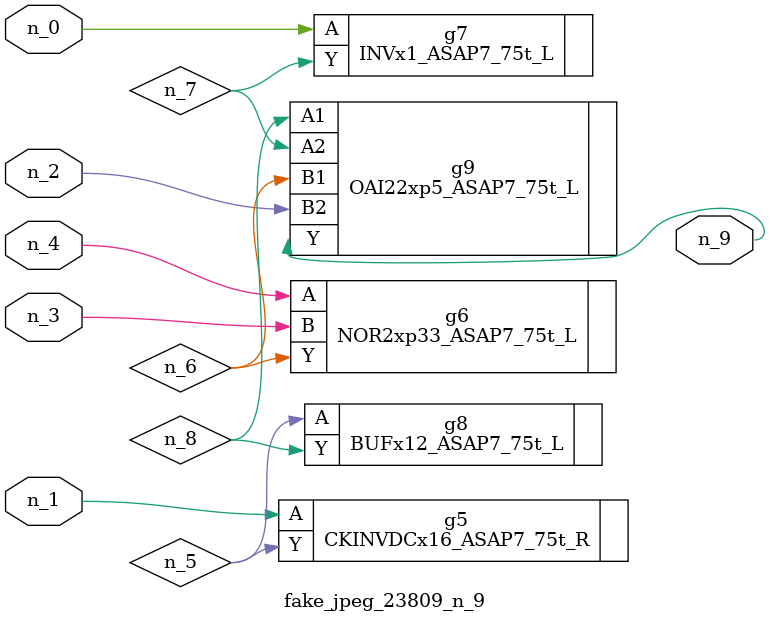
<source format=v>
module fake_jpeg_23809_n_9 (n_3, n_2, n_1, n_0, n_4, n_9);

input n_3;
input n_2;
input n_1;
input n_0;
input n_4;

output n_9;

wire n_8;
wire n_6;
wire n_5;
wire n_7;

CKINVDCx16_ASAP7_75t_R g5 ( 
.A(n_1),
.Y(n_5)
);

NOR2xp33_ASAP7_75t_L g6 ( 
.A(n_4),
.B(n_3),
.Y(n_6)
);

INVx1_ASAP7_75t_L g7 ( 
.A(n_0),
.Y(n_7)
);

BUFx12_ASAP7_75t_L g8 ( 
.A(n_5),
.Y(n_8)
);

OAI22xp5_ASAP7_75t_L g9 ( 
.A1(n_8),
.A2(n_7),
.B1(n_6),
.B2(n_2),
.Y(n_9)
);


endmodule
</source>
